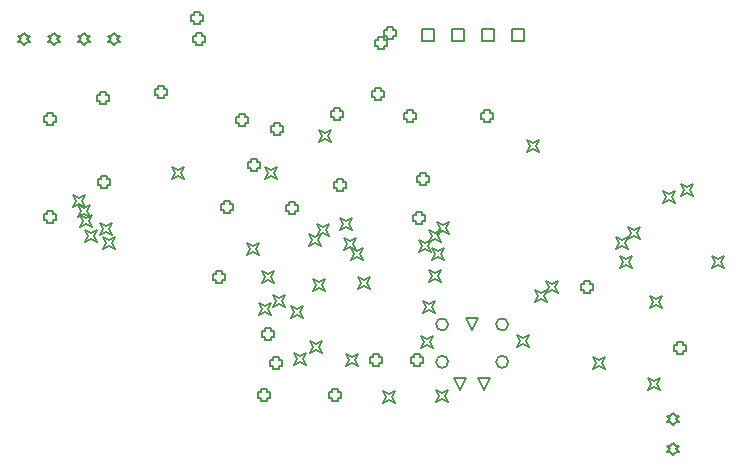
<source format=gbr>
%TF.GenerationSoftware,Altium Limited,Altium Designer,23.6.0 (18)*%
G04 Layer_Color=2752767*
%FSLAX43Y43*%
%MOMM*%
%TF.SameCoordinates,6C6526E1-C053-4265-BDC0-CB623CBAD704*%
%TF.FilePolarity,Positive*%
%TF.FileFunction,Drawing*%
%TF.Part,Single*%
G01*
G75*
%TA.AperFunction,NonConductor*%
%ADD55C,0.127*%
%ADD65C,0.169*%
D55*
X56850Y6582D02*
X57104Y6836D01*
X57358D01*
X57104Y7090D01*
X57358Y7344D01*
X57104D01*
X56850Y7598D01*
X56596Y7344D01*
X56342D01*
X56596Y7090D01*
X56342Y6836D01*
X56596D01*
X56850Y6582D01*
Y4042D02*
X57104Y4296D01*
X57358D01*
X57104Y4550D01*
X57358Y4804D01*
X57104D01*
X56850Y5058D01*
X56596Y4804D01*
X56342D01*
X56596Y4550D01*
X56342Y4296D01*
X56596D01*
X56850Y4042D01*
X40894Y9525D02*
X40386Y10541D01*
X41402D01*
X40894Y9525D01*
X38862D02*
X38354Y10541D01*
X39370D01*
X38862Y9525D01*
X39878Y14605D02*
X39370Y15621D01*
X40386D01*
X39878Y14605D01*
X9595Y38792D02*
X9849Y39046D01*
X10103D01*
X9849Y39300D01*
X10103Y39554D01*
X9849D01*
X9595Y39808D01*
X9341Y39554D01*
X9087D01*
X9341Y39300D01*
X9087Y39046D01*
X9341D01*
X9595Y38792D01*
X1975D02*
X2229Y39046D01*
X2483D01*
X2229Y39300D01*
X2483Y39554D01*
X2229D01*
X1975Y39808D01*
X1721Y39554D01*
X1467D01*
X1721Y39300D01*
X1467Y39046D01*
X1721D01*
X1975Y38792D01*
X4515D02*
X4769Y39046D01*
X5023D01*
X4769Y39300D01*
X5023Y39554D01*
X4769D01*
X4515Y39808D01*
X4261Y39554D01*
X4007D01*
X4261Y39300D01*
X4007Y39046D01*
X4261D01*
X4515Y38792D01*
X7055D02*
X7309Y39046D01*
X7563D01*
X7309Y39300D01*
X7563Y39554D01*
X7309D01*
X7055Y39808D01*
X6801Y39554D01*
X6547D01*
X6801Y39300D01*
X6547Y39046D01*
X6801D01*
X7055Y38792D01*
X40737Y39117D02*
Y40133D01*
X41753D01*
Y39117D01*
X40737D01*
X43277D02*
Y40133D01*
X44293D01*
Y39117D01*
X43277D01*
X38197D02*
Y40133D01*
X39213D01*
Y39117D01*
X38197D01*
X35657D02*
Y40133D01*
X36673D01*
Y39117D01*
X35657D01*
X54947Y16482D02*
X55201Y16990D01*
X54947Y17498D01*
X55455Y17244D01*
X55963Y17498D01*
X55709Y16990D01*
X55963Y16482D01*
X55455Y16736D01*
X54947Y16482D01*
X13320Y34559D02*
Y34305D01*
X13828D01*
Y34559D01*
X14082D01*
Y35067D01*
X13828D01*
Y35321D01*
X13320D01*
Y35067D01*
X13066D01*
Y34559D01*
X13320D01*
X31663Y34342D02*
Y34088D01*
X32171D01*
Y34342D01*
X32425D01*
Y34850D01*
X32171D01*
Y35104D01*
X31663D01*
Y34850D01*
X31409D01*
Y34342D01*
X31663D01*
X28473Y26690D02*
Y26436D01*
X28981D01*
Y26690D01*
X29235D01*
Y27198D01*
X28981D01*
Y27452D01*
X28473D01*
Y27198D01*
X28219D01*
Y26690D01*
X28473D01*
X18198Y18890D02*
Y18636D01*
X18706D01*
Y18890D01*
X18960D01*
Y19398D01*
X18706D01*
Y19652D01*
X18198D01*
Y19398D01*
X17944D01*
Y18890D01*
X18198D01*
X49349Y18003D02*
Y17749D01*
X49857D01*
Y18003D01*
X50111D01*
Y18511D01*
X49857D01*
Y18765D01*
X49349D01*
Y18511D01*
X49095D01*
Y18003D01*
X49349D01*
X22300Y14065D02*
Y13811D01*
X22808D01*
Y14065D01*
X23062D01*
Y14573D01*
X22808D01*
Y14827D01*
X22300D01*
Y14573D01*
X22046D01*
Y14065D01*
X22300D01*
X20148Y32140D02*
Y31886D01*
X20656D01*
Y32140D01*
X20910D01*
Y32648D01*
X20656D01*
Y32902D01*
X20148D01*
Y32648D01*
X19894D01*
Y32140D01*
X20148D01*
X28148Y32665D02*
Y32411D01*
X28656D01*
Y32665D01*
X28910D01*
Y33173D01*
X28656D01*
Y33427D01*
X28148D01*
Y33173D01*
X27894D01*
Y32665D01*
X28148D01*
X40918Y32459D02*
Y32205D01*
X41426D01*
Y32459D01*
X41680D01*
Y32967D01*
X41426D01*
Y33221D01*
X40918D01*
Y32967D01*
X40664D01*
Y32459D01*
X40918D01*
X34373Y32490D02*
Y32236D01*
X34881D01*
Y32490D01*
X35135D01*
Y32998D01*
X34881D01*
Y33252D01*
X34373D01*
Y32998D01*
X34119D01*
Y32490D01*
X34373D01*
X8360Y34000D02*
Y33746D01*
X8868D01*
Y34000D01*
X9122D01*
Y34508D01*
X8868D01*
Y34762D01*
X8360D01*
Y34508D01*
X8106D01*
Y34000D01*
X8360D01*
X3850Y23910D02*
Y23656D01*
X4358D01*
Y23910D01*
X4612D01*
Y24418D01*
X4358D01*
Y24672D01*
X3850D01*
Y24418D01*
X3596D01*
Y23910D01*
X3850D01*
X3923Y32240D02*
Y31986D01*
X4431D01*
Y32240D01*
X4685D01*
Y32748D01*
X4431D01*
Y33002D01*
X3923D01*
Y32748D01*
X3669D01*
Y32240D01*
X3923D01*
X21999Y8873D02*
Y8619D01*
X22507D01*
Y8873D01*
X22761D01*
Y9381D01*
X22507D01*
Y9635D01*
X21999D01*
Y9381D01*
X21745D01*
Y8873D01*
X21999D01*
X35123Y23865D02*
Y23611D01*
X35631D01*
Y23865D01*
X35885D01*
Y24373D01*
X35631D01*
Y24627D01*
X35123D01*
Y24373D01*
X34869D01*
Y23865D01*
X35123D01*
X35487Y27140D02*
Y26886D01*
X35995D01*
Y27140D01*
X36249D01*
Y27648D01*
X35995D01*
Y27902D01*
X35487D01*
Y27648D01*
X35233D01*
Y27140D01*
X35487D01*
X23106Y31373D02*
Y31119D01*
X23614D01*
Y31373D01*
X23868D01*
Y31881D01*
X23614D01*
Y32135D01*
X23106D01*
Y31881D01*
X22852D01*
Y31373D01*
X23106D01*
X21149Y28319D02*
Y28065D01*
X21657D01*
Y28319D01*
X21911D01*
Y28827D01*
X21657D01*
Y29081D01*
X21149D01*
Y28827D01*
X20895D01*
Y28319D01*
X21149D01*
X23051Y11571D02*
Y11317D01*
X23559D01*
Y11571D01*
X23813D01*
Y12079D01*
X23559D01*
Y12333D01*
X23051D01*
Y12079D01*
X22797D01*
Y11571D01*
X23051D01*
X27989Y8904D02*
Y8650D01*
X28497D01*
Y8904D01*
X28751D01*
Y9412D01*
X28497D01*
Y9666D01*
X27989D01*
Y9412D01*
X27735D01*
Y8904D01*
X27989D01*
X31489Y11876D02*
Y11622D01*
X31997D01*
Y11876D01*
X32251D01*
Y12384D01*
X31997D01*
Y12638D01*
X31489D01*
Y12384D01*
X31235D01*
Y11876D01*
X31489D01*
X18857Y24834D02*
Y24580D01*
X19365D01*
Y24834D01*
X19619D01*
Y25342D01*
X19365D01*
Y25596D01*
X18857D01*
Y25342D01*
X18603D01*
Y24834D01*
X18857D01*
X34980Y11833D02*
Y11579D01*
X35488D01*
Y11833D01*
X35742D01*
Y12341D01*
X35488D01*
Y12595D01*
X34980D01*
Y12341D01*
X34726D01*
Y11833D01*
X34980D01*
X57233Y12880D02*
Y12626D01*
X57741D01*
Y12880D01*
X57995D01*
Y13388D01*
X57741D01*
Y13642D01*
X57233D01*
Y13388D01*
X56979D01*
Y12880D01*
X57233D01*
X8433Y26880D02*
Y26626D01*
X8941D01*
Y26880D01*
X9195D01*
Y27388D01*
X8941D01*
Y27642D01*
X8433D01*
Y27388D01*
X8179D01*
Y26880D01*
X8433D01*
X24408Y24708D02*
Y24454D01*
X24916D01*
Y24708D01*
X25170D01*
Y25216D01*
X24916D01*
Y25470D01*
X24408D01*
Y25216D01*
X24154D01*
Y24708D01*
X24408D01*
X35342Y21257D02*
X35596Y21765D01*
X35342Y22273D01*
X35850Y22019D01*
X36358Y22273D01*
X36104Y21765D01*
X36358Y21257D01*
X35850Y21511D01*
X35342Y21257D01*
X36195Y22104D02*
X36449Y22612D01*
X36195Y23120D01*
X36703Y22866D01*
X37211Y23120D01*
X36957Y22612D01*
X37211Y22104D01*
X36703Y22358D01*
X36195Y22104D01*
X52046Y21520D02*
X52300Y22028D01*
X52046Y22536D01*
X52554Y22282D01*
X53062Y22536D01*
X52808Y22028D01*
X53062Y21520D01*
X52554Y21774D01*
X52046Y21520D01*
X53086Y22352D02*
X53340Y22860D01*
X53086Y23368D01*
X53594Y23114D01*
X54102Y23368D01*
X53848Y22860D01*
X54102Y22352D01*
X53594Y22606D01*
X53086Y22352D01*
X36887Y22742D02*
X37141Y23250D01*
X36887Y23758D01*
X37395Y23504D01*
X37903Y23758D01*
X37649Y23250D01*
X37903Y22742D01*
X37395Y22996D01*
X36887Y22742D01*
X36830Y8517D02*
X37084Y9025D01*
X36830Y9533D01*
X37338Y9279D01*
X37846Y9533D01*
X37592Y9025D01*
X37846Y8517D01*
X37338Y8771D01*
X36830Y8517D01*
X6695Y23337D02*
X6949Y23845D01*
X6695Y24353D01*
X7203Y24099D01*
X7711Y24353D01*
X7457Y23845D01*
X7711Y23337D01*
X7203Y23591D01*
X6695Y23337D01*
X22987Y16583D02*
X23241Y17091D01*
X22987Y17599D01*
X23495Y17345D01*
X24003Y17599D01*
X23749Y17091D01*
X24003Y16583D01*
X23495Y16837D01*
X22987Y16583D01*
X8366Y22709D02*
X8620Y23217D01*
X8366Y23725D01*
X8874Y23471D01*
X9382Y23725D01*
X9128Y23217D01*
X9382Y22709D01*
X8874Y22963D01*
X8366Y22709D01*
X22056Y18595D02*
X22310Y19103D01*
X22056Y19611D01*
X22564Y19357D01*
X23072Y19611D01*
X22818Y19103D01*
X23072Y18595D01*
X22564Y18849D01*
X22056Y18595D01*
X32696Y39496D02*
Y39242D01*
X33204D01*
Y39496D01*
X33458D01*
Y40004D01*
X33204D01*
Y40258D01*
X32696D01*
Y40004D01*
X32442D01*
Y39496D01*
X32696D01*
X31921Y38646D02*
Y38392D01*
X32429D01*
Y38646D01*
X32683D01*
Y39154D01*
X32429D01*
Y39408D01*
X31921D01*
Y39154D01*
X31667D01*
Y38646D01*
X31921D01*
X36449Y20587D02*
X36703Y21095D01*
X36449Y21603D01*
X36957Y21349D01*
X37465Y21603D01*
X37211Y21095D01*
X37465Y20587D01*
X36957Y20841D01*
X36449Y20587D01*
X16478Y38989D02*
Y38735D01*
X16986D01*
Y38989D01*
X17240D01*
Y39497D01*
X16986D01*
Y39751D01*
X16478D01*
Y39497D01*
X16224D01*
Y38989D01*
X16478D01*
X16346Y40796D02*
Y40542D01*
X16854D01*
Y40796D01*
X17108D01*
Y41304D01*
X16854D01*
Y41558D01*
X16346D01*
Y41304D01*
X16092D01*
Y40796D01*
X16346D01*
X26913Y30574D02*
X27167Y31082D01*
X26913Y31590D01*
X27421Y31336D01*
X27929Y31590D01*
X27675Y31082D01*
X27929Y30574D01*
X27421Y30828D01*
X26913Y30574D01*
X14492Y27442D02*
X14746Y27950D01*
X14492Y28458D01*
X15000Y28204D01*
X15508Y28458D01*
X15254Y27950D01*
X15508Y27442D01*
X15000Y27696D01*
X14492Y27442D01*
X29070Y21420D02*
X29324Y21928D01*
X29070Y22436D01*
X29578Y22182D01*
X30086Y22436D01*
X29832Y21928D01*
X30086Y21420D01*
X29578Y21674D01*
X29070Y21420D01*
X30241Y18142D02*
X30495Y18650D01*
X30241Y19158D01*
X30749Y18904D01*
X31257Y19158D01*
X31003Y18650D01*
X31257Y18142D01*
X30749Y18396D01*
X30241Y18142D01*
X29613Y20582D02*
X29867Y21090D01*
X29613Y21598D01*
X30121Y21344D01*
X30629Y21598D01*
X30375Y21090D01*
X30629Y20582D01*
X30121Y20836D01*
X29613Y20582D01*
X7099Y22098D02*
X7353Y22606D01*
X7099Y23114D01*
X7607Y22860D01*
X8115Y23114D01*
X7861Y22606D01*
X8115Y22098D01*
X7607Y22352D01*
X7099Y22098D01*
X6547Y24242D02*
X6801Y24750D01*
X6547Y25258D01*
X7055Y25004D01*
X7563Y25258D01*
X7309Y24750D01*
X7563Y24242D01*
X7055Y24496D01*
X6547Y24242D01*
X8620Y21453D02*
X8874Y21961D01*
X8620Y22469D01*
X9128Y22215D01*
X9636Y22469D01*
X9382Y21961D01*
X9636Y21453D01*
X9128Y21707D01*
X8620Y21453D01*
X50092Y11325D02*
X50346Y11833D01*
X50092Y12341D01*
X50600Y12087D01*
X51108Y12341D01*
X50854Y11833D01*
X51108Y11325D01*
X50600Y11579D01*
X50092Y11325D01*
X24758Y11645D02*
X25012Y12153D01*
X24758Y12661D01*
X25266Y12407D01*
X25774Y12661D01*
X25520Y12153D01*
X25774Y11645D01*
X25266Y11899D01*
X24758Y11645D01*
X29160Y11622D02*
X29414Y12130D01*
X29160Y12638D01*
X29668Y12384D01*
X30176Y12638D01*
X29922Y12130D01*
X30176Y11622D01*
X29668Y11876D01*
X29160Y11622D01*
X26167Y12693D02*
X26421Y13201D01*
X26167Y13709D01*
X26675Y13455D01*
X27183Y13709D01*
X26929Y13201D01*
X27183Y12693D01*
X26675Y12947D01*
X26167Y12693D01*
X32364Y8496D02*
X32618Y9004D01*
X32364Y9512D01*
X32872Y9258D01*
X33380Y9512D01*
X33126Y9004D01*
X33380Y8496D01*
X32872Y8750D01*
X32364Y8496D01*
X35508Y13133D02*
X35762Y13641D01*
X35508Y14149D01*
X36016Y13895D01*
X36524Y14149D01*
X36270Y13641D01*
X36524Y13133D01*
X36016Y13387D01*
X35508Y13133D01*
X43642Y13192D02*
X43896Y13700D01*
X43642Y14208D01*
X44150Y13954D01*
X44658Y14208D01*
X44404Y13700D01*
X44658Y13192D01*
X44150Y13446D01*
X43642Y13192D01*
X22342Y27404D02*
X22596Y27912D01*
X22342Y28420D01*
X22850Y28166D01*
X23358Y28420D01*
X23104Y27912D01*
X23358Y27404D01*
X22850Y27658D01*
X22342Y27404D01*
X6117Y25092D02*
X6371Y25600D01*
X6117Y26108D01*
X6625Y25854D01*
X7133Y26108D01*
X6879Y25600D01*
X7133Y25092D01*
X6625Y25346D01*
X6117Y25092D01*
X60213Y19913D02*
X60467Y20421D01*
X60213Y20929D01*
X60721Y20675D01*
X61229Y20929D01*
X60975Y20421D01*
X61229Y19913D01*
X60721Y20167D01*
X60213Y19913D01*
X52429D02*
X52683Y20421D01*
X52429Y20929D01*
X52937Y20675D01*
X53445Y20929D01*
X53191Y20421D01*
X53445Y19913D01*
X52937Y20167D01*
X52429Y19913D01*
X21849Y15881D02*
X22103Y16389D01*
X21849Y16897D01*
X22357Y16643D01*
X22865Y16897D01*
X22611Y16389D01*
X22865Y15881D01*
X22357Y16135D01*
X21849Y15881D01*
X57575Y26018D02*
X57829Y26526D01*
X57575Y27034D01*
X58083Y26780D01*
X58591Y27034D01*
X58337Y26526D01*
X58591Y26018D01*
X58083Y26272D01*
X57575Y26018D01*
X24522Y15686D02*
X24776Y16194D01*
X24522Y16702D01*
X25030Y16448D01*
X25538Y16702D01*
X25284Y16194D01*
X25538Y15686D01*
X25030Y15940D01*
X24522Y15686D01*
X44566Y29725D02*
X44820Y30233D01*
X44566Y30741D01*
X45074Y30487D01*
X45582Y30741D01*
X45328Y30233D01*
X45582Y29725D01*
X45074Y29979D01*
X44566Y29725D01*
X36195Y18742D02*
X36449Y19250D01*
X36195Y19758D01*
X36703Y19504D01*
X37211Y19758D01*
X36957Y19250D01*
X37211Y18742D01*
X36703Y18996D01*
X36195Y18742D01*
X26367Y17967D02*
X26621Y18475D01*
X26367Y18983D01*
X26875Y18729D01*
X27383Y18983D01*
X27129Y18475D01*
X27383Y17967D01*
X26875Y18221D01*
X26367Y17967D01*
X20828Y20970D02*
X21082Y21478D01*
X20828Y21986D01*
X21336Y21732D01*
X21844Y21986D01*
X21590Y21478D01*
X21844Y20970D01*
X21336Y21224D01*
X20828Y20970D01*
X35687Y16050D02*
X35941Y16558D01*
X35687Y17066D01*
X36195Y16812D01*
X36703Y17066D01*
X36449Y16558D01*
X36703Y16050D01*
X36195Y16304D01*
X35687Y16050D01*
X26042Y21742D02*
X26296Y22250D01*
X26042Y22758D01*
X26550Y22504D01*
X27058Y22758D01*
X26804Y22250D01*
X27058Y21742D01*
X26550Y21996D01*
X26042Y21742D01*
X26748Y22593D02*
X27002Y23101D01*
X26748Y23609D01*
X27256Y23355D01*
X27764Y23609D01*
X27510Y23101D01*
X27764Y22593D01*
X27256Y22847D01*
X26748Y22593D01*
X28702Y23114D02*
X28956Y23622D01*
X28702Y24130D01*
X29210Y23876D01*
X29718Y24130D01*
X29464Y23622D01*
X29718Y23114D01*
X29210Y23368D01*
X28702Y23114D01*
X54756Y9525D02*
X55010Y10033D01*
X54756Y10541D01*
X55264Y10287D01*
X55772Y10541D01*
X55518Y10033D01*
X55772Y9525D01*
X55264Y9779D01*
X54756Y9525D01*
X56007Y25400D02*
X56261Y25908D01*
X56007Y26416D01*
X56515Y26162D01*
X57023Y26416D01*
X56769Y25908D01*
X57023Y25400D01*
X56515Y25654D01*
X56007Y25400D01*
X45212Y17011D02*
X45466Y17519D01*
X45212Y18027D01*
X45720Y17773D01*
X46228Y18027D01*
X45974Y17519D01*
X46228Y17011D01*
X45720Y17265D01*
X45212Y17011D01*
X46101Y17780D02*
X46355Y18288D01*
X46101Y18796D01*
X46609Y18542D01*
X47117Y18796D01*
X46863Y18288D01*
X47117Y17780D01*
X46609Y18034D01*
X46101Y17780D01*
D65*
X37846Y15113D02*
G03*
X37846Y15113I-508J0D01*
G01*
Y11938D02*
G03*
X37846Y11938I-508J0D01*
G01*
X42926D02*
G03*
X42926Y11938I-508J0D01*
G01*
Y15113D02*
G03*
X42926Y15113I-508J0D01*
G01*
%TF.MD5,40ef433bb4de816abe30a8b183205529*%
M02*

</source>
